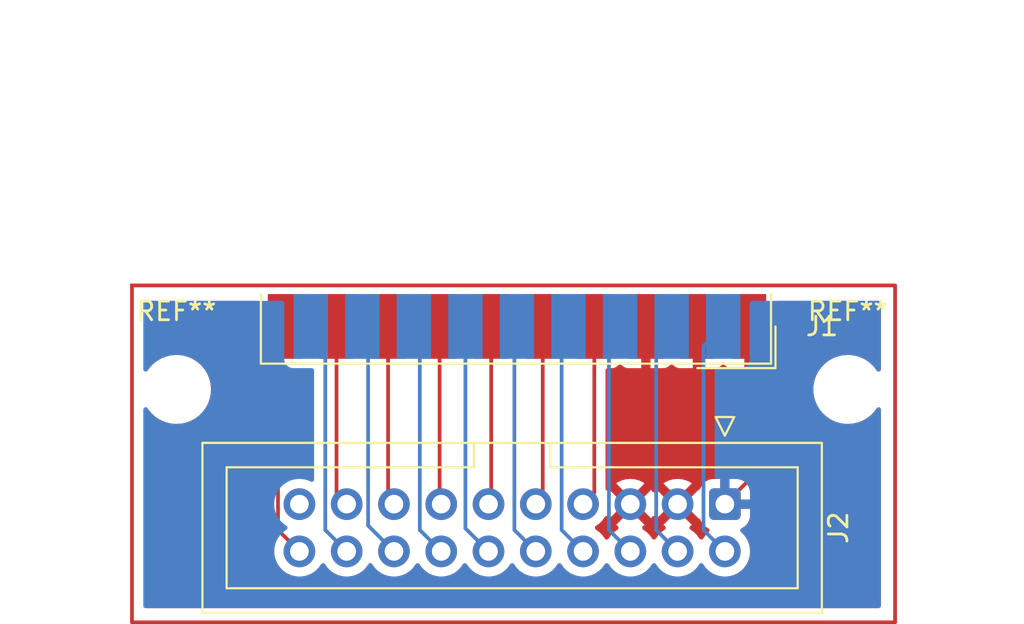
<source format=kicad_pcb>
(kicad_pcb (version 20221018) (generator pcbnew)
  (layers (0 "F.Cu" signal) (31 "B.Cu" signal) (34 "B.Paste" user) (35 "F.Paste" user) (36 "B.SilkS" user "B.Silkscreen") (37 "F.SilkS" user "F.Silkscreen") (38 "B.Mask" user) (39 "F.Mask" user) (44 "Edge.Cuts" user))
  (net 0 "")
  (net 1 "GND")
  (net 2 "EN3.5")
  (net 3 "-12V")
  (net 4 "+5V")
  (net 5 "+12V")
  (net 6 "DRV2")
  (net 7 "WRPROT")
  (net 8 "PH0")
  (net 9 "PH1")
  (net 10 "PH2")
  (net 11 "PH3")
  (net 12 "WREQ")
  (net 13 "HDSEL")
  (net 14 "DRV1")
  (net 15 "RDDATA")
  (net 16 "WRDATA")
  (footprint "Connector_IDC:IDC-Header_2x10_P2.54mm_Vertical" (layer "F.Cu") (at 115.062 81.026 -90)
    (fp_text reference "J2" (at 1.27 -6.1 90) (layer "F.SilkS"))
    (fp_text value "IDC20")
    (fp_line (start -4.68 -0.5) (end -4.68 0.5) (stroke (width 0.12)) (layer "F.SilkS"))
    (fp_line (start -4.68 0.5) (end -3.68 0) (stroke (width 0.12)) (layer "F.SilkS"))
    (fp_line (start -3.68 0) (end -4.68 -0.5) (stroke (width 0.12)) (layer "F.SilkS"))
    (fp_line (start -3.29 -5.21) (end 5.83 -5.21) (stroke (width 0.12)) (layer "F.SilkS"))
    (fp_line (start -3.29 9.38) (end -1.98 9.38) (stroke (width 0.12)) (layer "F.SilkS"))
    (fp_line (start -3.29 28.07) (end -3.29 -5.21) (stroke (width 0.12)) (layer "F.SilkS"))
    (fp_line (start -1.98 -3.91) (end 4.52 -3.91) (stroke (width 0.12)) (layer "F.SilkS"))
    (fp_line (start -1.98 9.38) (end -1.98 -3.91) (stroke (width 0.12)) (layer "F.SilkS"))
    (fp_line (start -1.98 13.48) (end -3.29 13.48) (stroke (width 0.12)) (layer "F.SilkS"))
    (fp_line (start -1.98 13.48) (end -1.98 13.48) (stroke (width 0.12)) (layer "F.SilkS"))
    (fp_line (start -1.98 26.77) (end -1.98 13.48) (stroke (width 0.12)) (layer "F.SilkS"))
    (fp_line (start 4.52 -3.91) (end 4.52 26.77) (stroke (width 0.12)) (layer "F.SilkS"))
    (fp_line (start 4.52 26.77) (end -1.98 26.77) (stroke (width 0.12)) (layer "F.SilkS"))
    (fp_line (start 5.83 -5.21) (end 5.83 28.07) (stroke (width 0.12)) (layer "F.SilkS"))
    (fp_line (start 5.83 28.07) (end -3.29 28.07) (stroke (width 0.12)) (layer "F.SilkS"))
    (pad "1" thru_hole roundrect (at 0 0 270) (size 1.7 1.7) (drill 1) (layers "*.Cu" "*.Mask") (roundrect_rratio 0.147059) (net 1 "GND"))
    (pad "2" thru_hole circle (at 2.54 0 270) (size 1.7 1.7) (drill 1) (layers "*.Cu" "*.Mask") (net 8 "PH0"))
    (pad "3" thru_hole circle (at 0 2.54 270) (size 1.7 1.7) (drill 1) (layers "*.Cu" "*.Mask") (net 1 "GND"))
    (pad "4" thru_hole circle (at 2.54 2.54 270) (size 1.7 1.7) (drill 1) (layers "*.Cu" "*.Mask") (net 9 "PH1"))
    (pad "5" thru_hole circle (at 0 5.08 270) (size 1.7 1.7) (drill 1) (layers "*.Cu" "*.Mask") (net 1 "GND"))
    (pad "6" thru_hole circle (at 2.54 5.08 270) (size 1.7 1.7) (drill 1) (layers "*.Cu" "*.Mask") (net 10 "PH2"))
    (pad "7" thru_hole circle (at 0 7.62 270) (size 1.7 1.7) (drill 1) (layers "*.Cu" "*.Mask") (net 2 "EN3.5"))
    (pad "8" thru_hole circle (at 2.54 7.62 270) (size 1.7 1.7) (drill 1) (layers "*.Cu" "*.Mask") (net 11 "PH3"))
    (pad "9" thru_hole circle (at 0 10.16 270) (size 1.7 1.7) (drill 1) (layers "*.Cu" "*.Mask") (net 3 "-12V"))
    (pad "10" thru_hole circle (at 2.54 10.16 270) (size 1.7 1.7) (drill 1) (layers "*.Cu" "*.Mask") (net 12 "WREQ"))
    (pad "11" thru_hole circle (at 0 12.7 270) (size 1.7 1.7) (drill 1) (layers "*.Cu" "*.Mask") (net 4 "+5V"))
    (pad "12" thru_hole circle (at 2.54 12.7 270) (size 1.7 1.7) (drill 1) (layers "*.Cu" "*.Mask") (net 13 "HDSEL"))
    (pad "13" thru_hole circle (at 0 15.24 270) (size 1.7 1.7) (drill 1) (layers "*.Cu" "*.Mask") (net 5 "+12V"))
    (pad "14" thru_hole circle (at 2.54 15.24 270) (size 1.7 1.7) (drill 1) (layers "*.Cu" "*.Mask") (net 14 "DRV1"))
    (pad "15" thru_hole circle (at 0 17.78 270) (size 1.7 1.7) (drill 1) (layers "*.Cu" "*.Mask") (net 5 "+12V"))
    (pad "16" thru_hole circle (at 2.54 17.78 270) (size 1.7 1.7) (drill 1) (layers "*.Cu" "*.Mask") (net 15 "RDDATA"))
    (pad "17" thru_hole circle (at 0 20.32 270) (size 1.7 1.7) (drill 1) (layers "*.Cu" "*.Mask") (net 6 "DRV2"))
    (pad "18" thru_hole circle (at 2.54 20.32 270) (size 1.7 1.7) (drill 1) (layers "*.Cu" "*.Mask") (net 16 "WRDATA"))
    (pad "19" thru_hole circle (at 0 22.86 270) (size 1.7 1.7) (drill 1) (layers "*.Cu" "*.Mask"))
    (pad "20" thru_hole circle (at 2.54 22.86 270) (size 1.7 1.7) (drill 1) (layers "*.Cu" "*.Mask") (net 7 "WRPROT"))
  )
  (footprint "MountingHole:MountingHole_3.2mm_M3" (layer "F.Cu") (at 121.666 74.864)
    (fp_text reference "REF**" (at 0 -4.2) (layer "F.SilkS"))
    (fp_text value "MountingHole_3.2mm_M3")
    (pad "" np_thru_hole circle (at 0 0) (size 3.2 3.2) (drill 3.2) (layers "*.Cu" "*.Mask"))
  )
  (footprint "MountingHole:MountingHole_3.2mm_M3" (layer "F.Cu") (at 85.598 74.864)
    (fp_text reference "REF**" (at 0 -4.2) (layer "F.SilkS"))
    (fp_text value "MountingHole_3.2mm_M3")
    (pad "" np_thru_hole circle (at 0 0) (size 3.2 3.2) (drill 3.2) (layers "*.Cu" "*.Mask"))
  )
  (footprint "DSUB-19-soldertype:DSUB-19_Male_EdgeMount_Pitch2.77mm" (layer "F.Cu") (at 103.886 71.4785 180)
    (fp_text reference "J1" (at -16.393333 0) (layer "F.SilkS"))
    (fp_text value "DB19")
    (fp_line (start -13.893333 -2.24) (end -9.7 -2.24) (stroke (width 0.12)) (layer "F.SilkS"))
    (fp_line (start -13.893333 0) (end -13.893333 -2.24) (stroke (width 0.12)) (layer "F.SilkS"))
    (fp_line (start -13.653333 -2) (end -13.653333 1.74) (stroke (width 0.12)) (layer "F.SilkS"))
    (fp_line (start 13.753333 -2) (end -13.653333 -2) (stroke (width 0.12)) (layer "F.SilkS"))
    (fp_line (start 13.753333 1.74) (end 13.753333 -2) (stroke (width 0.12)) (layer "F.SilkS"))
    (pad "1" smd rect (at -12.47 0 180) (size 1.846667 3.48) (layers "F.Cu" "F.Paste" "F.Mask") (net 1 "GND"))
    (pad "2" smd rect (at -9.7 0 180) (size 1.846667 3.48) (layers "F.Cu" "F.Paste" "F.Mask") (net 1 "GND"))
    (pad "3" smd rect (at -6.93 0 180) (size 1.846667 3.48) (layers "F.Cu" "F.Paste" "F.Mask") (net 1 "GND"))
    (pad "4" smd rect (at -4.16 0 180) (size 1.846667 3.48) (layers "F.Cu" "F.Paste" "F.Mask") (net 2 "EN3.5"))
    (pad "5" smd rect (at -1.39 0 180) (size 1.846667 3.48) (layers "F.Cu" "F.Paste" "F.Mask") (net 3 "-12V"))
    (pad "6" smd rect (at 1.38 0 180) (size 1.846667 3.48) (layers "F.Cu" "F.Paste" "F.Mask") (net 4 "+5V"))
    (pad "7" smd rect (at 4.15 0 180) (size 1.846667 3.48) (layers "F.Cu" "F.Paste" "F.Mask") (net 5 "+12V"))
    (pad "8" smd rect (at 6.92 0 180) (size 1.846667 3.48) (layers "F.Cu" "F.Paste" "F.Mask") (net 5 "+12V"))
    (pad "9" smd rect (at 9.69 0 180) (size 1.846667 3.48) (layers "F.Cu" "F.Paste" "F.Mask") (net 6 "DRV2"))
    (pad "10" smd rect (at 12.46 0 180) (size 1.846667 3.48) (layers "F.Cu" "F.Paste" "F.Mask") (net 7 "WRPROT"))
    (pad "11" smd rect (at -11.085 0 180) (size 1.846667 3.48) (layers "B.Cu" "B.Paste" "B.Mask") (net 8 "PH0"))
    (pad "12" smd rect (at -8.315 0 180) (size 1.846667 3.48) (layers "B.Cu" "B.Paste" "B.Mask") (net 9 "PH1"))
    (pad "13" smd rect (at -5.545 0 180) (size 1.846667 3.48) (layers "B.Cu" "B.Paste" "B.Mask") (net 10 "PH2"))
    (pad "14" smd rect (at -2.775 0 180) (size 1.846667 3.48) (layers "B.Cu" "B.Paste" "B.Mask") (net 11 "PH3"))
    (pad "15" smd rect (at -0.005 0 180) (size 1.846667 3.48) (layers "B.Cu" "B.Paste" "B.Mask") (net 12 "WREQ"))
    (pad "16" smd rect (at 2.765 0 180) (size 1.846667 3.48) (layers "B.Cu" "B.Paste" "B.Mask") (net 13 "HDSEL"))
    (pad "17" smd rect (at 5.535 0 180) (size 1.846667 3.48) (layers "B.Cu" "B.Paste" "B.Mask") (net 14 "DRV1"))
    (pad "18" smd rect (at 8.305 0 180) (size 1.846667 3.48) (layers "B.Cu" "B.Paste" "B.Mask") (net 15 "RDDATA"))
    (pad "19" smd rect (at 11.075 0 180) (size 1.846667 3.48) (layers "B.Cu" "B.Paste" "B.Mask") (net 16 "WRDATA"))
  )
  (gr_rect (start 83.206 69.276) (end 124.206 87.376) (stroke (width 0.2)) (fill none) (layer "F.Cu"))
  (segment (start 110.816 71.4785) (end 110.816 80.192) (width 0.2) (layer "F.Cu") (net 1))
  (segment (start 113.586 71.4785) (end 113.586 79.962) (width 0.2) (layer "F.Cu") (net 1))
  (segment (start 113.586 79.962) (end 112.522 81.026) (width 0.2) (layer "F.Cu") (net 1))
  (segment (start 116.356 71.4785) (end 116.356 79.732) (width 0.2) (layer "F.Cu") (net 1))
  (segment (start 116.356 79.732) (end 115.062 81.026) (width 0.2) (layer "F.Cu") (net 1))
  (segment (start 110.816 80.192) (end 109.982 81.026) (width 0.2) (layer "F.Cu") (net 1))
  (segment (start 108.046 80.422) (end 107.442 81.026) (width 0.2) (layer "F.Cu") (net 2))
  (segment (start 108.046 71.4785) (end 108.046 80.422) (width 0.2) (layer "F.Cu") (net 2))
  (segment (start 105.276 80.652) (end 104.902 81.026) (width 0.2) (layer "F.Cu") (net 3))
  (segment (start 105.276 71.4785) (end 105.276 80.652) (width 0.2) (layer "F.Cu") (net 3))
  (segment (start 102.506 80.882) (end 102.362 81.026) (width 0.2) (layer "F.Cu") (net 4))
  (segment (start 102.506 71.4785) (end 102.506 80.882) (width 0.2) (layer "F.Cu") (net 4))
  (segment (start 96.966 80.71) (end 97.282 81.026) (width 0.2) (layer "F.Cu") (net 5))
  (segment (start 96.966 71.4785) (end 96.966 80.71) (width 0.2) (layer "F.Cu") (net 5))
  (segment (start 99.736 71.4785) (end 99.736 80.94) (width 0.2) (layer "F.Cu") (net 5))
  (segment (start 99.736 80.94) (end 99.822 81.026) (width 0.2) (layer "F.Cu") (net 5))
  (segment (start 94.196 71.4785) (end 94.196 80.48) (width 0.2) (layer "F.Cu") (net 6))
  (segment (start 94.196 80.48) (end 94.742 81.026) (width 0.2) (layer "F.Cu") (net 6))
  (segment (start 91.052 71.8525) (end 91.052 82.416) (width 0.2) (layer "F.Cu") (net 7))
  (segment (start 91.426 71.4785) (end 91.052 71.8525) (width 0.2) (layer "F.Cu") (net 7))
  (segment (start 91.052 82.416) (end 92.202 83.566) (width 0.2) (layer "F.Cu") (net 7))
  (segment (start 113.912 72.5375) (end 113.912 82.416) (width 0.2) (layer "B.Cu") (net 8))
  (segment (start 113.912 82.416) (end 115.062 83.566) (width 0.2) (layer "B.Cu") (net 8))
  (segment (start 114.971 71.4785) (end 113.912 72.5375) (width 0.2) (layer "B.Cu") (net 8))
  (segment (start 112.201 71.4785) (end 111.372 72.3075) (width 0.2) (layer "B.Cu") (net 9))
  (segment (start 111.372 72.3075) (end 111.372 82.416) (width 0.2) (layer "B.Cu") (net 9))
  (segment (start 111.372 82.416) (end 112.522 83.566) (width 0.2) (layer "B.Cu") (net 9))
  (segment (start 108.832 72.0775) (end 108.832 82.416) (width 0.2) (layer "B.Cu") (net 10))
  (segment (start 109.431 71.4785) (end 108.832 72.0775) (width 0.2) (layer "B.Cu") (net 10))
  (segment (start 108.832 82.416) (end 109.982 83.566) (width 0.2) (layer "B.Cu") (net 10))
  (segment (start 106.292 82.416) (end 107.442 83.566) (width 0.2) (layer "B.Cu") (net 11))
  (segment (start 106.661 71.4785) (end 106.292 71.8475) (width 0.2) (layer "B.Cu") (net 11))
  (segment (start 106.292 71.8475) (end 106.292 82.416) (width 0.2) (layer "B.Cu") (net 11))
  (segment (start 103.752 82.416) (end 104.902 83.566) (width 0.2) (layer "B.Cu") (net 12))
  (segment (start 103.752 71.6175) (end 103.752 82.416) (width 0.2) (layer "B.Cu") (net 12))
  (segment (start 103.891 71.4785) (end 103.752 71.6175) (width 0.2) (layer "B.Cu") (net 12))
  (segment (start 101.121 71.4785) (end 101.121 82.325) (width 0.2) (layer "B.Cu") (net 13))
  (segment (start 101.121 82.325) (end 102.362 83.566) (width 0.2) (layer "B.Cu") (net 13))
  (segment (start 98.672 71.7995) (end 98.672 82.416) (width 0.2) (layer "B.Cu") (net 14))
  (segment (start 98.672 82.416) (end 99.822 83.566) (width 0.2) (layer "B.Cu") (net 14))
  (segment (start 98.351 71.4785) (end 98.672 71.7995) (width 0.2) (layer "B.Cu") (net 14))
  (segment (start 95.892 71.7895) (end 95.892 82.176) (width 0.2) (layer "B.Cu") (net 15))
  (segment (start 95.892 82.176) (end 97.282 83.566) (width 0.2) (layer "B.Cu") (net 15))
  (segment (start 95.581 71.4785) (end 95.892 71.7895) (width 0.2) (layer "B.Cu") (net 15))
  (segment (start 93.592 82.416) (end 94.742 83.566) (width 0.2) (layer "B.Cu") (net 16))
  (segment (start 92.811 71.4785) (end 93.592 72.2595) (width 0.2) (layer "B.Cu") (net 16))
  (segment (start 93.592 72.2595) (end 93.592 82.416) (width 0.2) (layer "B.Cu") (net 16))
  (zone (net 1) (net_name "GND") (layers "F&B.Cu") (connect_pads (clearance 0.5)) (min_thickness 0.25) (fill yes (thermal_gap 0.5) (thermal_bridge_width 0.5))
    (polygon (pts (xy 83.82 70.104) (xy 123.444 70.104) (xy 123.444 86.614) (xy 83.82 86.614)))
  )
)
</source>
